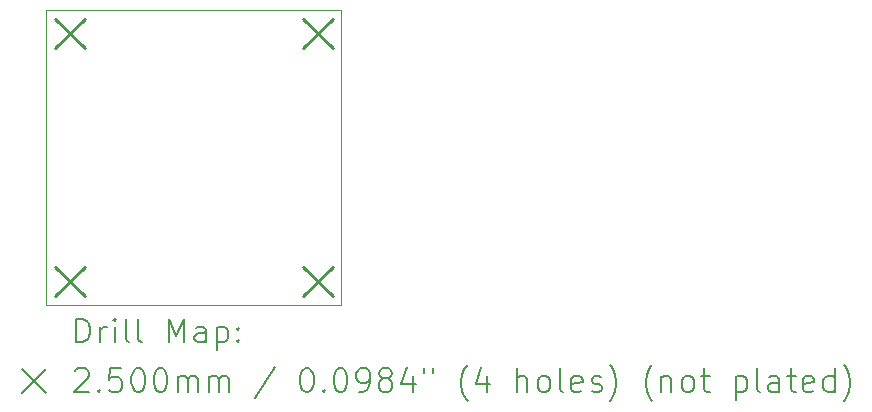
<source format=gbr>
%TF.GenerationSoftware,KiCad,Pcbnew,7.0.5*%
%TF.CreationDate,2023-07-07T17:48:50-05:00*%
%TF.ProjectId,ADS1219,41445331-3231-4392-9e6b-696361645f70,4*%
%TF.SameCoordinates,Original*%
%TF.FileFunction,Drillmap*%
%TF.FilePolarity,Positive*%
%FSLAX45Y45*%
G04 Gerber Fmt 4.5, Leading zero omitted, Abs format (unit mm)*
G04 Created by KiCad (PCBNEW 7.0.5) date 2023-07-07 17:48:50*
%MOMM*%
%LPD*%
G01*
G04 APERTURE LIST*
%ADD10C,0.100000*%
%ADD11C,0.200000*%
%ADD12C,0.250000*%
G04 APERTURE END LIST*
D10*
X15800000Y-7400000D02*
X18300000Y-7400000D01*
X18300000Y-9900000D01*
X15800000Y-9900000D01*
X15800000Y-7400000D01*
D11*
D12*
X15875000Y-7475000D02*
X16125000Y-7725000D01*
X16125000Y-7475000D02*
X15875000Y-7725000D01*
X15877000Y-9575000D02*
X16127000Y-9825000D01*
X16127000Y-9575000D02*
X15877000Y-9825000D01*
X17975000Y-7475000D02*
X18225000Y-7725000D01*
X18225000Y-7475000D02*
X17975000Y-7725000D01*
X17975000Y-9575000D02*
X18225000Y-9825000D01*
X18225000Y-9575000D02*
X17975000Y-9825000D01*
D11*
X16055777Y-10216484D02*
X16055777Y-10016484D01*
X16055777Y-10016484D02*
X16103396Y-10016484D01*
X16103396Y-10016484D02*
X16131967Y-10026008D01*
X16131967Y-10026008D02*
X16151015Y-10045055D01*
X16151015Y-10045055D02*
X16160539Y-10064103D01*
X16160539Y-10064103D02*
X16170062Y-10102198D01*
X16170062Y-10102198D02*
X16170062Y-10130770D01*
X16170062Y-10130770D02*
X16160539Y-10168865D01*
X16160539Y-10168865D02*
X16151015Y-10187912D01*
X16151015Y-10187912D02*
X16131967Y-10206960D01*
X16131967Y-10206960D02*
X16103396Y-10216484D01*
X16103396Y-10216484D02*
X16055777Y-10216484D01*
X16255777Y-10216484D02*
X16255777Y-10083150D01*
X16255777Y-10121246D02*
X16265301Y-10102198D01*
X16265301Y-10102198D02*
X16274824Y-10092674D01*
X16274824Y-10092674D02*
X16293872Y-10083150D01*
X16293872Y-10083150D02*
X16312920Y-10083150D01*
X16379586Y-10216484D02*
X16379586Y-10083150D01*
X16379586Y-10016484D02*
X16370062Y-10026008D01*
X16370062Y-10026008D02*
X16379586Y-10035531D01*
X16379586Y-10035531D02*
X16389110Y-10026008D01*
X16389110Y-10026008D02*
X16379586Y-10016484D01*
X16379586Y-10016484D02*
X16379586Y-10035531D01*
X16503396Y-10216484D02*
X16484348Y-10206960D01*
X16484348Y-10206960D02*
X16474824Y-10187912D01*
X16474824Y-10187912D02*
X16474824Y-10016484D01*
X16608158Y-10216484D02*
X16589110Y-10206960D01*
X16589110Y-10206960D02*
X16579586Y-10187912D01*
X16579586Y-10187912D02*
X16579586Y-10016484D01*
X16836729Y-10216484D02*
X16836729Y-10016484D01*
X16836729Y-10016484D02*
X16903396Y-10159341D01*
X16903396Y-10159341D02*
X16970063Y-10016484D01*
X16970063Y-10016484D02*
X16970063Y-10216484D01*
X17151015Y-10216484D02*
X17151015Y-10111722D01*
X17151015Y-10111722D02*
X17141491Y-10092674D01*
X17141491Y-10092674D02*
X17122444Y-10083150D01*
X17122444Y-10083150D02*
X17084348Y-10083150D01*
X17084348Y-10083150D02*
X17065301Y-10092674D01*
X17151015Y-10206960D02*
X17131967Y-10216484D01*
X17131967Y-10216484D02*
X17084348Y-10216484D01*
X17084348Y-10216484D02*
X17065301Y-10206960D01*
X17065301Y-10206960D02*
X17055777Y-10187912D01*
X17055777Y-10187912D02*
X17055777Y-10168865D01*
X17055777Y-10168865D02*
X17065301Y-10149817D01*
X17065301Y-10149817D02*
X17084348Y-10140293D01*
X17084348Y-10140293D02*
X17131967Y-10140293D01*
X17131967Y-10140293D02*
X17151015Y-10130770D01*
X17246253Y-10083150D02*
X17246253Y-10283150D01*
X17246253Y-10092674D02*
X17265301Y-10083150D01*
X17265301Y-10083150D02*
X17303396Y-10083150D01*
X17303396Y-10083150D02*
X17322444Y-10092674D01*
X17322444Y-10092674D02*
X17331967Y-10102198D01*
X17331967Y-10102198D02*
X17341491Y-10121246D01*
X17341491Y-10121246D02*
X17341491Y-10178389D01*
X17341491Y-10178389D02*
X17331967Y-10197436D01*
X17331967Y-10197436D02*
X17322444Y-10206960D01*
X17322444Y-10206960D02*
X17303396Y-10216484D01*
X17303396Y-10216484D02*
X17265301Y-10216484D01*
X17265301Y-10216484D02*
X17246253Y-10206960D01*
X17427205Y-10197436D02*
X17436729Y-10206960D01*
X17436729Y-10206960D02*
X17427205Y-10216484D01*
X17427205Y-10216484D02*
X17417682Y-10206960D01*
X17417682Y-10206960D02*
X17427205Y-10197436D01*
X17427205Y-10197436D02*
X17427205Y-10216484D01*
X17427205Y-10092674D02*
X17436729Y-10102198D01*
X17436729Y-10102198D02*
X17427205Y-10111722D01*
X17427205Y-10111722D02*
X17417682Y-10102198D01*
X17417682Y-10102198D02*
X17427205Y-10092674D01*
X17427205Y-10092674D02*
X17427205Y-10111722D01*
X15595000Y-10445000D02*
X15795000Y-10645000D01*
X15795000Y-10445000D02*
X15595000Y-10645000D01*
X16046253Y-10455531D02*
X16055777Y-10446008D01*
X16055777Y-10446008D02*
X16074824Y-10436484D01*
X16074824Y-10436484D02*
X16122443Y-10436484D01*
X16122443Y-10436484D02*
X16141491Y-10446008D01*
X16141491Y-10446008D02*
X16151015Y-10455531D01*
X16151015Y-10455531D02*
X16160539Y-10474579D01*
X16160539Y-10474579D02*
X16160539Y-10493627D01*
X16160539Y-10493627D02*
X16151015Y-10522198D01*
X16151015Y-10522198D02*
X16036729Y-10636484D01*
X16036729Y-10636484D02*
X16160539Y-10636484D01*
X16246253Y-10617436D02*
X16255777Y-10626960D01*
X16255777Y-10626960D02*
X16246253Y-10636484D01*
X16246253Y-10636484D02*
X16236729Y-10626960D01*
X16236729Y-10626960D02*
X16246253Y-10617436D01*
X16246253Y-10617436D02*
X16246253Y-10636484D01*
X16436729Y-10436484D02*
X16341491Y-10436484D01*
X16341491Y-10436484D02*
X16331967Y-10531722D01*
X16331967Y-10531722D02*
X16341491Y-10522198D01*
X16341491Y-10522198D02*
X16360539Y-10512674D01*
X16360539Y-10512674D02*
X16408158Y-10512674D01*
X16408158Y-10512674D02*
X16427205Y-10522198D01*
X16427205Y-10522198D02*
X16436729Y-10531722D01*
X16436729Y-10531722D02*
X16446253Y-10550770D01*
X16446253Y-10550770D02*
X16446253Y-10598389D01*
X16446253Y-10598389D02*
X16436729Y-10617436D01*
X16436729Y-10617436D02*
X16427205Y-10626960D01*
X16427205Y-10626960D02*
X16408158Y-10636484D01*
X16408158Y-10636484D02*
X16360539Y-10636484D01*
X16360539Y-10636484D02*
X16341491Y-10626960D01*
X16341491Y-10626960D02*
X16331967Y-10617436D01*
X16570062Y-10436484D02*
X16589110Y-10436484D01*
X16589110Y-10436484D02*
X16608158Y-10446008D01*
X16608158Y-10446008D02*
X16617682Y-10455531D01*
X16617682Y-10455531D02*
X16627205Y-10474579D01*
X16627205Y-10474579D02*
X16636729Y-10512674D01*
X16636729Y-10512674D02*
X16636729Y-10560293D01*
X16636729Y-10560293D02*
X16627205Y-10598389D01*
X16627205Y-10598389D02*
X16617682Y-10617436D01*
X16617682Y-10617436D02*
X16608158Y-10626960D01*
X16608158Y-10626960D02*
X16589110Y-10636484D01*
X16589110Y-10636484D02*
X16570062Y-10636484D01*
X16570062Y-10636484D02*
X16551015Y-10626960D01*
X16551015Y-10626960D02*
X16541491Y-10617436D01*
X16541491Y-10617436D02*
X16531967Y-10598389D01*
X16531967Y-10598389D02*
X16522443Y-10560293D01*
X16522443Y-10560293D02*
X16522443Y-10512674D01*
X16522443Y-10512674D02*
X16531967Y-10474579D01*
X16531967Y-10474579D02*
X16541491Y-10455531D01*
X16541491Y-10455531D02*
X16551015Y-10446008D01*
X16551015Y-10446008D02*
X16570062Y-10436484D01*
X16760539Y-10436484D02*
X16779586Y-10436484D01*
X16779586Y-10436484D02*
X16798634Y-10446008D01*
X16798634Y-10446008D02*
X16808158Y-10455531D01*
X16808158Y-10455531D02*
X16817682Y-10474579D01*
X16817682Y-10474579D02*
X16827205Y-10512674D01*
X16827205Y-10512674D02*
X16827205Y-10560293D01*
X16827205Y-10560293D02*
X16817682Y-10598389D01*
X16817682Y-10598389D02*
X16808158Y-10617436D01*
X16808158Y-10617436D02*
X16798634Y-10626960D01*
X16798634Y-10626960D02*
X16779586Y-10636484D01*
X16779586Y-10636484D02*
X16760539Y-10636484D01*
X16760539Y-10636484D02*
X16741491Y-10626960D01*
X16741491Y-10626960D02*
X16731967Y-10617436D01*
X16731967Y-10617436D02*
X16722443Y-10598389D01*
X16722443Y-10598389D02*
X16712920Y-10560293D01*
X16712920Y-10560293D02*
X16712920Y-10512674D01*
X16712920Y-10512674D02*
X16722443Y-10474579D01*
X16722443Y-10474579D02*
X16731967Y-10455531D01*
X16731967Y-10455531D02*
X16741491Y-10446008D01*
X16741491Y-10446008D02*
X16760539Y-10436484D01*
X16912920Y-10636484D02*
X16912920Y-10503150D01*
X16912920Y-10522198D02*
X16922444Y-10512674D01*
X16922444Y-10512674D02*
X16941491Y-10503150D01*
X16941491Y-10503150D02*
X16970063Y-10503150D01*
X16970063Y-10503150D02*
X16989110Y-10512674D01*
X16989110Y-10512674D02*
X16998634Y-10531722D01*
X16998634Y-10531722D02*
X16998634Y-10636484D01*
X16998634Y-10531722D02*
X17008158Y-10512674D01*
X17008158Y-10512674D02*
X17027205Y-10503150D01*
X17027205Y-10503150D02*
X17055777Y-10503150D01*
X17055777Y-10503150D02*
X17074825Y-10512674D01*
X17074825Y-10512674D02*
X17084348Y-10531722D01*
X17084348Y-10531722D02*
X17084348Y-10636484D01*
X17179586Y-10636484D02*
X17179586Y-10503150D01*
X17179586Y-10522198D02*
X17189110Y-10512674D01*
X17189110Y-10512674D02*
X17208158Y-10503150D01*
X17208158Y-10503150D02*
X17236729Y-10503150D01*
X17236729Y-10503150D02*
X17255777Y-10512674D01*
X17255777Y-10512674D02*
X17265301Y-10531722D01*
X17265301Y-10531722D02*
X17265301Y-10636484D01*
X17265301Y-10531722D02*
X17274825Y-10512674D01*
X17274825Y-10512674D02*
X17293872Y-10503150D01*
X17293872Y-10503150D02*
X17322444Y-10503150D01*
X17322444Y-10503150D02*
X17341491Y-10512674D01*
X17341491Y-10512674D02*
X17351015Y-10531722D01*
X17351015Y-10531722D02*
X17351015Y-10636484D01*
X17741491Y-10426960D02*
X17570063Y-10684103D01*
X17998634Y-10436484D02*
X18017682Y-10436484D01*
X18017682Y-10436484D02*
X18036729Y-10446008D01*
X18036729Y-10446008D02*
X18046253Y-10455531D01*
X18046253Y-10455531D02*
X18055777Y-10474579D01*
X18055777Y-10474579D02*
X18065301Y-10512674D01*
X18065301Y-10512674D02*
X18065301Y-10560293D01*
X18065301Y-10560293D02*
X18055777Y-10598389D01*
X18055777Y-10598389D02*
X18046253Y-10617436D01*
X18046253Y-10617436D02*
X18036729Y-10626960D01*
X18036729Y-10626960D02*
X18017682Y-10636484D01*
X18017682Y-10636484D02*
X17998634Y-10636484D01*
X17998634Y-10636484D02*
X17979587Y-10626960D01*
X17979587Y-10626960D02*
X17970063Y-10617436D01*
X17970063Y-10617436D02*
X17960539Y-10598389D01*
X17960539Y-10598389D02*
X17951015Y-10560293D01*
X17951015Y-10560293D02*
X17951015Y-10512674D01*
X17951015Y-10512674D02*
X17960539Y-10474579D01*
X17960539Y-10474579D02*
X17970063Y-10455531D01*
X17970063Y-10455531D02*
X17979587Y-10446008D01*
X17979587Y-10446008D02*
X17998634Y-10436484D01*
X18151015Y-10617436D02*
X18160539Y-10626960D01*
X18160539Y-10626960D02*
X18151015Y-10636484D01*
X18151015Y-10636484D02*
X18141491Y-10626960D01*
X18141491Y-10626960D02*
X18151015Y-10617436D01*
X18151015Y-10617436D02*
X18151015Y-10636484D01*
X18284348Y-10436484D02*
X18303396Y-10436484D01*
X18303396Y-10436484D02*
X18322444Y-10446008D01*
X18322444Y-10446008D02*
X18331968Y-10455531D01*
X18331968Y-10455531D02*
X18341491Y-10474579D01*
X18341491Y-10474579D02*
X18351015Y-10512674D01*
X18351015Y-10512674D02*
X18351015Y-10560293D01*
X18351015Y-10560293D02*
X18341491Y-10598389D01*
X18341491Y-10598389D02*
X18331968Y-10617436D01*
X18331968Y-10617436D02*
X18322444Y-10626960D01*
X18322444Y-10626960D02*
X18303396Y-10636484D01*
X18303396Y-10636484D02*
X18284348Y-10636484D01*
X18284348Y-10636484D02*
X18265301Y-10626960D01*
X18265301Y-10626960D02*
X18255777Y-10617436D01*
X18255777Y-10617436D02*
X18246253Y-10598389D01*
X18246253Y-10598389D02*
X18236729Y-10560293D01*
X18236729Y-10560293D02*
X18236729Y-10512674D01*
X18236729Y-10512674D02*
X18246253Y-10474579D01*
X18246253Y-10474579D02*
X18255777Y-10455531D01*
X18255777Y-10455531D02*
X18265301Y-10446008D01*
X18265301Y-10446008D02*
X18284348Y-10436484D01*
X18446253Y-10636484D02*
X18484348Y-10636484D01*
X18484348Y-10636484D02*
X18503396Y-10626960D01*
X18503396Y-10626960D02*
X18512920Y-10617436D01*
X18512920Y-10617436D02*
X18531968Y-10588865D01*
X18531968Y-10588865D02*
X18541491Y-10550770D01*
X18541491Y-10550770D02*
X18541491Y-10474579D01*
X18541491Y-10474579D02*
X18531968Y-10455531D01*
X18531968Y-10455531D02*
X18522444Y-10446008D01*
X18522444Y-10446008D02*
X18503396Y-10436484D01*
X18503396Y-10436484D02*
X18465301Y-10436484D01*
X18465301Y-10436484D02*
X18446253Y-10446008D01*
X18446253Y-10446008D02*
X18436729Y-10455531D01*
X18436729Y-10455531D02*
X18427206Y-10474579D01*
X18427206Y-10474579D02*
X18427206Y-10522198D01*
X18427206Y-10522198D02*
X18436729Y-10541246D01*
X18436729Y-10541246D02*
X18446253Y-10550770D01*
X18446253Y-10550770D02*
X18465301Y-10560293D01*
X18465301Y-10560293D02*
X18503396Y-10560293D01*
X18503396Y-10560293D02*
X18522444Y-10550770D01*
X18522444Y-10550770D02*
X18531968Y-10541246D01*
X18531968Y-10541246D02*
X18541491Y-10522198D01*
X18655777Y-10522198D02*
X18636729Y-10512674D01*
X18636729Y-10512674D02*
X18627206Y-10503150D01*
X18627206Y-10503150D02*
X18617682Y-10484103D01*
X18617682Y-10484103D02*
X18617682Y-10474579D01*
X18617682Y-10474579D02*
X18627206Y-10455531D01*
X18627206Y-10455531D02*
X18636729Y-10446008D01*
X18636729Y-10446008D02*
X18655777Y-10436484D01*
X18655777Y-10436484D02*
X18693872Y-10436484D01*
X18693872Y-10436484D02*
X18712920Y-10446008D01*
X18712920Y-10446008D02*
X18722444Y-10455531D01*
X18722444Y-10455531D02*
X18731968Y-10474579D01*
X18731968Y-10474579D02*
X18731968Y-10484103D01*
X18731968Y-10484103D02*
X18722444Y-10503150D01*
X18722444Y-10503150D02*
X18712920Y-10512674D01*
X18712920Y-10512674D02*
X18693872Y-10522198D01*
X18693872Y-10522198D02*
X18655777Y-10522198D01*
X18655777Y-10522198D02*
X18636729Y-10531722D01*
X18636729Y-10531722D02*
X18627206Y-10541246D01*
X18627206Y-10541246D02*
X18617682Y-10560293D01*
X18617682Y-10560293D02*
X18617682Y-10598389D01*
X18617682Y-10598389D02*
X18627206Y-10617436D01*
X18627206Y-10617436D02*
X18636729Y-10626960D01*
X18636729Y-10626960D02*
X18655777Y-10636484D01*
X18655777Y-10636484D02*
X18693872Y-10636484D01*
X18693872Y-10636484D02*
X18712920Y-10626960D01*
X18712920Y-10626960D02*
X18722444Y-10617436D01*
X18722444Y-10617436D02*
X18731968Y-10598389D01*
X18731968Y-10598389D02*
X18731968Y-10560293D01*
X18731968Y-10560293D02*
X18722444Y-10541246D01*
X18722444Y-10541246D02*
X18712920Y-10531722D01*
X18712920Y-10531722D02*
X18693872Y-10522198D01*
X18903396Y-10503150D02*
X18903396Y-10636484D01*
X18855777Y-10426960D02*
X18808158Y-10569817D01*
X18808158Y-10569817D02*
X18931968Y-10569817D01*
X18998634Y-10436484D02*
X18998634Y-10474579D01*
X19074825Y-10436484D02*
X19074825Y-10474579D01*
X19370063Y-10712674D02*
X19360539Y-10703150D01*
X19360539Y-10703150D02*
X19341491Y-10674579D01*
X19341491Y-10674579D02*
X19331968Y-10655531D01*
X19331968Y-10655531D02*
X19322444Y-10626960D01*
X19322444Y-10626960D02*
X19312920Y-10579341D01*
X19312920Y-10579341D02*
X19312920Y-10541246D01*
X19312920Y-10541246D02*
X19322444Y-10493627D01*
X19322444Y-10493627D02*
X19331968Y-10465055D01*
X19331968Y-10465055D02*
X19341491Y-10446008D01*
X19341491Y-10446008D02*
X19360539Y-10417436D01*
X19360539Y-10417436D02*
X19370063Y-10407912D01*
X19531968Y-10503150D02*
X19531968Y-10636484D01*
X19484349Y-10426960D02*
X19436730Y-10569817D01*
X19436730Y-10569817D02*
X19560539Y-10569817D01*
X19789111Y-10636484D02*
X19789111Y-10436484D01*
X19874825Y-10636484D02*
X19874825Y-10531722D01*
X19874825Y-10531722D02*
X19865301Y-10512674D01*
X19865301Y-10512674D02*
X19846253Y-10503150D01*
X19846253Y-10503150D02*
X19817682Y-10503150D01*
X19817682Y-10503150D02*
X19798634Y-10512674D01*
X19798634Y-10512674D02*
X19789111Y-10522198D01*
X19998634Y-10636484D02*
X19979587Y-10626960D01*
X19979587Y-10626960D02*
X19970063Y-10617436D01*
X19970063Y-10617436D02*
X19960539Y-10598389D01*
X19960539Y-10598389D02*
X19960539Y-10541246D01*
X19960539Y-10541246D02*
X19970063Y-10522198D01*
X19970063Y-10522198D02*
X19979587Y-10512674D01*
X19979587Y-10512674D02*
X19998634Y-10503150D01*
X19998634Y-10503150D02*
X20027206Y-10503150D01*
X20027206Y-10503150D02*
X20046253Y-10512674D01*
X20046253Y-10512674D02*
X20055777Y-10522198D01*
X20055777Y-10522198D02*
X20065301Y-10541246D01*
X20065301Y-10541246D02*
X20065301Y-10598389D01*
X20065301Y-10598389D02*
X20055777Y-10617436D01*
X20055777Y-10617436D02*
X20046253Y-10626960D01*
X20046253Y-10626960D02*
X20027206Y-10636484D01*
X20027206Y-10636484D02*
X19998634Y-10636484D01*
X20179587Y-10636484D02*
X20160539Y-10626960D01*
X20160539Y-10626960D02*
X20151015Y-10607912D01*
X20151015Y-10607912D02*
X20151015Y-10436484D01*
X20331968Y-10626960D02*
X20312920Y-10636484D01*
X20312920Y-10636484D02*
X20274825Y-10636484D01*
X20274825Y-10636484D02*
X20255777Y-10626960D01*
X20255777Y-10626960D02*
X20246253Y-10607912D01*
X20246253Y-10607912D02*
X20246253Y-10531722D01*
X20246253Y-10531722D02*
X20255777Y-10512674D01*
X20255777Y-10512674D02*
X20274825Y-10503150D01*
X20274825Y-10503150D02*
X20312920Y-10503150D01*
X20312920Y-10503150D02*
X20331968Y-10512674D01*
X20331968Y-10512674D02*
X20341492Y-10531722D01*
X20341492Y-10531722D02*
X20341492Y-10550770D01*
X20341492Y-10550770D02*
X20246253Y-10569817D01*
X20417682Y-10626960D02*
X20436730Y-10636484D01*
X20436730Y-10636484D02*
X20474825Y-10636484D01*
X20474825Y-10636484D02*
X20493873Y-10626960D01*
X20493873Y-10626960D02*
X20503396Y-10607912D01*
X20503396Y-10607912D02*
X20503396Y-10598389D01*
X20503396Y-10598389D02*
X20493873Y-10579341D01*
X20493873Y-10579341D02*
X20474825Y-10569817D01*
X20474825Y-10569817D02*
X20446253Y-10569817D01*
X20446253Y-10569817D02*
X20427206Y-10560293D01*
X20427206Y-10560293D02*
X20417682Y-10541246D01*
X20417682Y-10541246D02*
X20417682Y-10531722D01*
X20417682Y-10531722D02*
X20427206Y-10512674D01*
X20427206Y-10512674D02*
X20446253Y-10503150D01*
X20446253Y-10503150D02*
X20474825Y-10503150D01*
X20474825Y-10503150D02*
X20493873Y-10512674D01*
X20570063Y-10712674D02*
X20579587Y-10703150D01*
X20579587Y-10703150D02*
X20598634Y-10674579D01*
X20598634Y-10674579D02*
X20608158Y-10655531D01*
X20608158Y-10655531D02*
X20617682Y-10626960D01*
X20617682Y-10626960D02*
X20627206Y-10579341D01*
X20627206Y-10579341D02*
X20627206Y-10541246D01*
X20627206Y-10541246D02*
X20617682Y-10493627D01*
X20617682Y-10493627D02*
X20608158Y-10465055D01*
X20608158Y-10465055D02*
X20598634Y-10446008D01*
X20598634Y-10446008D02*
X20579587Y-10417436D01*
X20579587Y-10417436D02*
X20570063Y-10407912D01*
X20931968Y-10712674D02*
X20922444Y-10703150D01*
X20922444Y-10703150D02*
X20903396Y-10674579D01*
X20903396Y-10674579D02*
X20893873Y-10655531D01*
X20893873Y-10655531D02*
X20884349Y-10626960D01*
X20884349Y-10626960D02*
X20874825Y-10579341D01*
X20874825Y-10579341D02*
X20874825Y-10541246D01*
X20874825Y-10541246D02*
X20884349Y-10493627D01*
X20884349Y-10493627D02*
X20893873Y-10465055D01*
X20893873Y-10465055D02*
X20903396Y-10446008D01*
X20903396Y-10446008D02*
X20922444Y-10417436D01*
X20922444Y-10417436D02*
X20931968Y-10407912D01*
X21008158Y-10503150D02*
X21008158Y-10636484D01*
X21008158Y-10522198D02*
X21017682Y-10512674D01*
X21017682Y-10512674D02*
X21036730Y-10503150D01*
X21036730Y-10503150D02*
X21065301Y-10503150D01*
X21065301Y-10503150D02*
X21084349Y-10512674D01*
X21084349Y-10512674D02*
X21093873Y-10531722D01*
X21093873Y-10531722D02*
X21093873Y-10636484D01*
X21217682Y-10636484D02*
X21198634Y-10626960D01*
X21198634Y-10626960D02*
X21189111Y-10617436D01*
X21189111Y-10617436D02*
X21179587Y-10598389D01*
X21179587Y-10598389D02*
X21179587Y-10541246D01*
X21179587Y-10541246D02*
X21189111Y-10522198D01*
X21189111Y-10522198D02*
X21198634Y-10512674D01*
X21198634Y-10512674D02*
X21217682Y-10503150D01*
X21217682Y-10503150D02*
X21246254Y-10503150D01*
X21246254Y-10503150D02*
X21265301Y-10512674D01*
X21265301Y-10512674D02*
X21274825Y-10522198D01*
X21274825Y-10522198D02*
X21284349Y-10541246D01*
X21284349Y-10541246D02*
X21284349Y-10598389D01*
X21284349Y-10598389D02*
X21274825Y-10617436D01*
X21274825Y-10617436D02*
X21265301Y-10626960D01*
X21265301Y-10626960D02*
X21246254Y-10636484D01*
X21246254Y-10636484D02*
X21217682Y-10636484D01*
X21341492Y-10503150D02*
X21417682Y-10503150D01*
X21370063Y-10436484D02*
X21370063Y-10607912D01*
X21370063Y-10607912D02*
X21379587Y-10626960D01*
X21379587Y-10626960D02*
X21398634Y-10636484D01*
X21398634Y-10636484D02*
X21417682Y-10636484D01*
X21636730Y-10503150D02*
X21636730Y-10703150D01*
X21636730Y-10512674D02*
X21655777Y-10503150D01*
X21655777Y-10503150D02*
X21693873Y-10503150D01*
X21693873Y-10503150D02*
X21712920Y-10512674D01*
X21712920Y-10512674D02*
X21722444Y-10522198D01*
X21722444Y-10522198D02*
X21731968Y-10541246D01*
X21731968Y-10541246D02*
X21731968Y-10598389D01*
X21731968Y-10598389D02*
X21722444Y-10617436D01*
X21722444Y-10617436D02*
X21712920Y-10626960D01*
X21712920Y-10626960D02*
X21693873Y-10636484D01*
X21693873Y-10636484D02*
X21655777Y-10636484D01*
X21655777Y-10636484D02*
X21636730Y-10626960D01*
X21846254Y-10636484D02*
X21827206Y-10626960D01*
X21827206Y-10626960D02*
X21817682Y-10607912D01*
X21817682Y-10607912D02*
X21817682Y-10436484D01*
X22008158Y-10636484D02*
X22008158Y-10531722D01*
X22008158Y-10531722D02*
X21998635Y-10512674D01*
X21998635Y-10512674D02*
X21979587Y-10503150D01*
X21979587Y-10503150D02*
X21941492Y-10503150D01*
X21941492Y-10503150D02*
X21922444Y-10512674D01*
X22008158Y-10626960D02*
X21989111Y-10636484D01*
X21989111Y-10636484D02*
X21941492Y-10636484D01*
X21941492Y-10636484D02*
X21922444Y-10626960D01*
X21922444Y-10626960D02*
X21912920Y-10607912D01*
X21912920Y-10607912D02*
X21912920Y-10588865D01*
X21912920Y-10588865D02*
X21922444Y-10569817D01*
X21922444Y-10569817D02*
X21941492Y-10560293D01*
X21941492Y-10560293D02*
X21989111Y-10560293D01*
X21989111Y-10560293D02*
X22008158Y-10550770D01*
X22074825Y-10503150D02*
X22151015Y-10503150D01*
X22103396Y-10436484D02*
X22103396Y-10607912D01*
X22103396Y-10607912D02*
X22112920Y-10626960D01*
X22112920Y-10626960D02*
X22131968Y-10636484D01*
X22131968Y-10636484D02*
X22151015Y-10636484D01*
X22293873Y-10626960D02*
X22274825Y-10636484D01*
X22274825Y-10636484D02*
X22236730Y-10636484D01*
X22236730Y-10636484D02*
X22217682Y-10626960D01*
X22217682Y-10626960D02*
X22208158Y-10607912D01*
X22208158Y-10607912D02*
X22208158Y-10531722D01*
X22208158Y-10531722D02*
X22217682Y-10512674D01*
X22217682Y-10512674D02*
X22236730Y-10503150D01*
X22236730Y-10503150D02*
X22274825Y-10503150D01*
X22274825Y-10503150D02*
X22293873Y-10512674D01*
X22293873Y-10512674D02*
X22303396Y-10531722D01*
X22303396Y-10531722D02*
X22303396Y-10550770D01*
X22303396Y-10550770D02*
X22208158Y-10569817D01*
X22474825Y-10636484D02*
X22474825Y-10436484D01*
X22474825Y-10626960D02*
X22455777Y-10636484D01*
X22455777Y-10636484D02*
X22417682Y-10636484D01*
X22417682Y-10636484D02*
X22398634Y-10626960D01*
X22398634Y-10626960D02*
X22389111Y-10617436D01*
X22389111Y-10617436D02*
X22379587Y-10598389D01*
X22379587Y-10598389D02*
X22379587Y-10541246D01*
X22379587Y-10541246D02*
X22389111Y-10522198D01*
X22389111Y-10522198D02*
X22398634Y-10512674D01*
X22398634Y-10512674D02*
X22417682Y-10503150D01*
X22417682Y-10503150D02*
X22455777Y-10503150D01*
X22455777Y-10503150D02*
X22474825Y-10512674D01*
X22551015Y-10712674D02*
X22560539Y-10703150D01*
X22560539Y-10703150D02*
X22579587Y-10674579D01*
X22579587Y-10674579D02*
X22589111Y-10655531D01*
X22589111Y-10655531D02*
X22598634Y-10626960D01*
X22598634Y-10626960D02*
X22608158Y-10579341D01*
X22608158Y-10579341D02*
X22608158Y-10541246D01*
X22608158Y-10541246D02*
X22598634Y-10493627D01*
X22598634Y-10493627D02*
X22589111Y-10465055D01*
X22589111Y-10465055D02*
X22579587Y-10446008D01*
X22579587Y-10446008D02*
X22560539Y-10417436D01*
X22560539Y-10417436D02*
X22551015Y-10407912D01*
M02*

</source>
